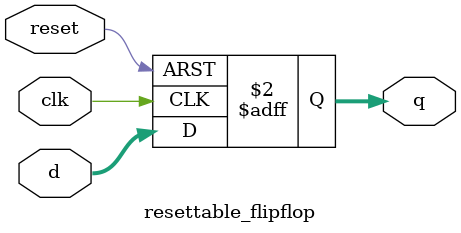
<source format=sv>
module resettable_flipflop #(parameter width = 32)(
    input logic reset,
    input logic clk,
    input logic[width-1:0] d,
    output logic[width-1:0] q
    );

	always_ff @(posedge clk, posedge reset) 
		if (reset)
         	   q = 0;
		else
		   q = d;
			

endmodule

</source>
